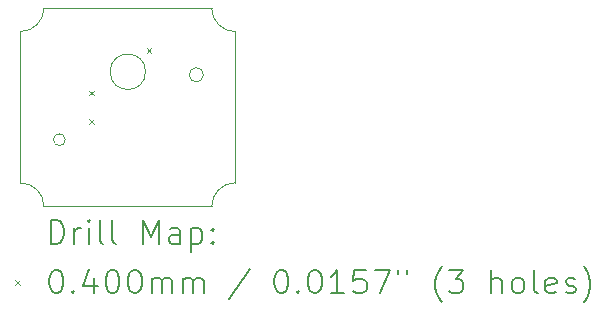
<source format=gbr>
%TF.GenerationSoftware,KiCad,Pcbnew,8.0.8*%
%TF.CreationDate,2025-02-24T20:22:24+01:00*%
%TF.ProjectId,amoeba-ulp,616d6f65-6261-42d7-956c-702e6b696361,rev?*%
%TF.SameCoordinates,Original*%
%TF.FileFunction,Drillmap*%
%TF.FilePolarity,Positive*%
%FSLAX45Y45*%
G04 Gerber Fmt 4.5, Leading zero omitted, Abs format (unit mm)*
G04 Created by KiCad (PCBNEW 8.0.8) date 2025-02-24 20:22:24*
%MOMM*%
%LPD*%
G01*
G04 APERTURE LIST*
%ADD10C,0.100000*%
%ADD11C,0.200000*%
G04 APERTURE END LIST*
D10*
X11420000Y-11480000D02*
G75*
G02*
X11620000Y-11280000I200000J0D01*
G01*
X10000000Y-9800000D02*
G75*
G02*
X9800000Y-10000000I-200000J0D01*
G01*
X9800000Y-10000000D02*
X9800000Y-11280000D01*
X9800000Y-11280000D02*
G75*
G02*
X10000000Y-11480000I0J-200000D01*
G01*
X11620000Y-10000000D02*
G75*
G02*
X11420000Y-9800000I0J200000D01*
G01*
X11420000Y-9800000D02*
X10000000Y-9800000D01*
X10860000Y-10340000D02*
G75*
G02*
X10560000Y-10340000I-150000J0D01*
G01*
X10560000Y-10340000D02*
G75*
G02*
X10860000Y-10340000I150000J0D01*
G01*
X11620000Y-11280000D02*
X11620000Y-10000000D01*
X10000000Y-11480000D02*
X11420000Y-11480000D01*
X10180000Y-10915000D02*
G75*
G02*
X10080000Y-10915000I-50000J0D01*
G01*
X10080000Y-10915000D02*
G75*
G02*
X10180000Y-10915000I50000J0D01*
G01*
X11350000Y-10365000D02*
G75*
G02*
X11230000Y-10365000I-60000J0D01*
G01*
X11230000Y-10365000D02*
G75*
G02*
X11350000Y-10365000I60000J0D01*
G01*
D11*
D10*
X10380000Y-10500000D02*
X10420000Y-10540000D01*
X10420000Y-10500000D02*
X10380000Y-10540000D01*
X10380000Y-10740000D02*
X10420000Y-10780000D01*
X10420000Y-10740000D02*
X10380000Y-10780000D01*
X10870000Y-10140000D02*
X10910000Y-10180000D01*
X10910000Y-10140000D02*
X10870000Y-10180000D01*
D11*
X10055777Y-11796484D02*
X10055777Y-11596484D01*
X10055777Y-11596484D02*
X10103396Y-11596484D01*
X10103396Y-11596484D02*
X10131967Y-11606008D01*
X10131967Y-11606008D02*
X10151015Y-11625055D01*
X10151015Y-11625055D02*
X10160539Y-11644103D01*
X10160539Y-11644103D02*
X10170063Y-11682198D01*
X10170063Y-11682198D02*
X10170063Y-11710769D01*
X10170063Y-11710769D02*
X10160539Y-11748865D01*
X10160539Y-11748865D02*
X10151015Y-11767912D01*
X10151015Y-11767912D02*
X10131967Y-11786960D01*
X10131967Y-11786960D02*
X10103396Y-11796484D01*
X10103396Y-11796484D02*
X10055777Y-11796484D01*
X10255777Y-11796484D02*
X10255777Y-11663150D01*
X10255777Y-11701246D02*
X10265301Y-11682198D01*
X10265301Y-11682198D02*
X10274824Y-11672674D01*
X10274824Y-11672674D02*
X10293872Y-11663150D01*
X10293872Y-11663150D02*
X10312920Y-11663150D01*
X10379586Y-11796484D02*
X10379586Y-11663150D01*
X10379586Y-11596484D02*
X10370063Y-11606008D01*
X10370063Y-11606008D02*
X10379586Y-11615531D01*
X10379586Y-11615531D02*
X10389110Y-11606008D01*
X10389110Y-11606008D02*
X10379586Y-11596484D01*
X10379586Y-11596484D02*
X10379586Y-11615531D01*
X10503396Y-11796484D02*
X10484348Y-11786960D01*
X10484348Y-11786960D02*
X10474824Y-11767912D01*
X10474824Y-11767912D02*
X10474824Y-11596484D01*
X10608158Y-11796484D02*
X10589110Y-11786960D01*
X10589110Y-11786960D02*
X10579586Y-11767912D01*
X10579586Y-11767912D02*
X10579586Y-11596484D01*
X10836729Y-11796484D02*
X10836729Y-11596484D01*
X10836729Y-11596484D02*
X10903396Y-11739341D01*
X10903396Y-11739341D02*
X10970063Y-11596484D01*
X10970063Y-11596484D02*
X10970063Y-11796484D01*
X11151015Y-11796484D02*
X11151015Y-11691722D01*
X11151015Y-11691722D02*
X11141491Y-11672674D01*
X11141491Y-11672674D02*
X11122444Y-11663150D01*
X11122444Y-11663150D02*
X11084348Y-11663150D01*
X11084348Y-11663150D02*
X11065301Y-11672674D01*
X11151015Y-11786960D02*
X11131967Y-11796484D01*
X11131967Y-11796484D02*
X11084348Y-11796484D01*
X11084348Y-11796484D02*
X11065301Y-11786960D01*
X11065301Y-11786960D02*
X11055777Y-11767912D01*
X11055777Y-11767912D02*
X11055777Y-11748865D01*
X11055777Y-11748865D02*
X11065301Y-11729817D01*
X11065301Y-11729817D02*
X11084348Y-11720293D01*
X11084348Y-11720293D02*
X11131967Y-11720293D01*
X11131967Y-11720293D02*
X11151015Y-11710769D01*
X11246253Y-11663150D02*
X11246253Y-11863150D01*
X11246253Y-11672674D02*
X11265301Y-11663150D01*
X11265301Y-11663150D02*
X11303396Y-11663150D01*
X11303396Y-11663150D02*
X11322443Y-11672674D01*
X11322443Y-11672674D02*
X11331967Y-11682198D01*
X11331967Y-11682198D02*
X11341491Y-11701246D01*
X11341491Y-11701246D02*
X11341491Y-11758388D01*
X11341491Y-11758388D02*
X11331967Y-11777436D01*
X11331967Y-11777436D02*
X11322443Y-11786960D01*
X11322443Y-11786960D02*
X11303396Y-11796484D01*
X11303396Y-11796484D02*
X11265301Y-11796484D01*
X11265301Y-11796484D02*
X11246253Y-11786960D01*
X11427205Y-11777436D02*
X11436729Y-11786960D01*
X11436729Y-11786960D02*
X11427205Y-11796484D01*
X11427205Y-11796484D02*
X11417682Y-11786960D01*
X11417682Y-11786960D02*
X11427205Y-11777436D01*
X11427205Y-11777436D02*
X11427205Y-11796484D01*
X11427205Y-11672674D02*
X11436729Y-11682198D01*
X11436729Y-11682198D02*
X11427205Y-11691722D01*
X11427205Y-11691722D02*
X11417682Y-11682198D01*
X11417682Y-11682198D02*
X11427205Y-11672674D01*
X11427205Y-11672674D02*
X11427205Y-11691722D01*
D10*
X9755000Y-12105000D02*
X9795000Y-12145000D01*
X9795000Y-12105000D02*
X9755000Y-12145000D01*
D11*
X10093872Y-12016484D02*
X10112920Y-12016484D01*
X10112920Y-12016484D02*
X10131967Y-12026008D01*
X10131967Y-12026008D02*
X10141491Y-12035531D01*
X10141491Y-12035531D02*
X10151015Y-12054579D01*
X10151015Y-12054579D02*
X10160539Y-12092674D01*
X10160539Y-12092674D02*
X10160539Y-12140293D01*
X10160539Y-12140293D02*
X10151015Y-12178388D01*
X10151015Y-12178388D02*
X10141491Y-12197436D01*
X10141491Y-12197436D02*
X10131967Y-12206960D01*
X10131967Y-12206960D02*
X10112920Y-12216484D01*
X10112920Y-12216484D02*
X10093872Y-12216484D01*
X10093872Y-12216484D02*
X10074824Y-12206960D01*
X10074824Y-12206960D02*
X10065301Y-12197436D01*
X10065301Y-12197436D02*
X10055777Y-12178388D01*
X10055777Y-12178388D02*
X10046253Y-12140293D01*
X10046253Y-12140293D02*
X10046253Y-12092674D01*
X10046253Y-12092674D02*
X10055777Y-12054579D01*
X10055777Y-12054579D02*
X10065301Y-12035531D01*
X10065301Y-12035531D02*
X10074824Y-12026008D01*
X10074824Y-12026008D02*
X10093872Y-12016484D01*
X10246253Y-12197436D02*
X10255777Y-12206960D01*
X10255777Y-12206960D02*
X10246253Y-12216484D01*
X10246253Y-12216484D02*
X10236729Y-12206960D01*
X10236729Y-12206960D02*
X10246253Y-12197436D01*
X10246253Y-12197436D02*
X10246253Y-12216484D01*
X10427205Y-12083150D02*
X10427205Y-12216484D01*
X10379586Y-12006960D02*
X10331967Y-12149817D01*
X10331967Y-12149817D02*
X10455777Y-12149817D01*
X10570063Y-12016484D02*
X10589110Y-12016484D01*
X10589110Y-12016484D02*
X10608158Y-12026008D01*
X10608158Y-12026008D02*
X10617682Y-12035531D01*
X10617682Y-12035531D02*
X10627205Y-12054579D01*
X10627205Y-12054579D02*
X10636729Y-12092674D01*
X10636729Y-12092674D02*
X10636729Y-12140293D01*
X10636729Y-12140293D02*
X10627205Y-12178388D01*
X10627205Y-12178388D02*
X10617682Y-12197436D01*
X10617682Y-12197436D02*
X10608158Y-12206960D01*
X10608158Y-12206960D02*
X10589110Y-12216484D01*
X10589110Y-12216484D02*
X10570063Y-12216484D01*
X10570063Y-12216484D02*
X10551015Y-12206960D01*
X10551015Y-12206960D02*
X10541491Y-12197436D01*
X10541491Y-12197436D02*
X10531967Y-12178388D01*
X10531967Y-12178388D02*
X10522444Y-12140293D01*
X10522444Y-12140293D02*
X10522444Y-12092674D01*
X10522444Y-12092674D02*
X10531967Y-12054579D01*
X10531967Y-12054579D02*
X10541491Y-12035531D01*
X10541491Y-12035531D02*
X10551015Y-12026008D01*
X10551015Y-12026008D02*
X10570063Y-12016484D01*
X10760539Y-12016484D02*
X10779586Y-12016484D01*
X10779586Y-12016484D02*
X10798634Y-12026008D01*
X10798634Y-12026008D02*
X10808158Y-12035531D01*
X10808158Y-12035531D02*
X10817682Y-12054579D01*
X10817682Y-12054579D02*
X10827205Y-12092674D01*
X10827205Y-12092674D02*
X10827205Y-12140293D01*
X10827205Y-12140293D02*
X10817682Y-12178388D01*
X10817682Y-12178388D02*
X10808158Y-12197436D01*
X10808158Y-12197436D02*
X10798634Y-12206960D01*
X10798634Y-12206960D02*
X10779586Y-12216484D01*
X10779586Y-12216484D02*
X10760539Y-12216484D01*
X10760539Y-12216484D02*
X10741491Y-12206960D01*
X10741491Y-12206960D02*
X10731967Y-12197436D01*
X10731967Y-12197436D02*
X10722444Y-12178388D01*
X10722444Y-12178388D02*
X10712920Y-12140293D01*
X10712920Y-12140293D02*
X10712920Y-12092674D01*
X10712920Y-12092674D02*
X10722444Y-12054579D01*
X10722444Y-12054579D02*
X10731967Y-12035531D01*
X10731967Y-12035531D02*
X10741491Y-12026008D01*
X10741491Y-12026008D02*
X10760539Y-12016484D01*
X10912920Y-12216484D02*
X10912920Y-12083150D01*
X10912920Y-12102198D02*
X10922444Y-12092674D01*
X10922444Y-12092674D02*
X10941491Y-12083150D01*
X10941491Y-12083150D02*
X10970063Y-12083150D01*
X10970063Y-12083150D02*
X10989110Y-12092674D01*
X10989110Y-12092674D02*
X10998634Y-12111722D01*
X10998634Y-12111722D02*
X10998634Y-12216484D01*
X10998634Y-12111722D02*
X11008158Y-12092674D01*
X11008158Y-12092674D02*
X11027205Y-12083150D01*
X11027205Y-12083150D02*
X11055777Y-12083150D01*
X11055777Y-12083150D02*
X11074825Y-12092674D01*
X11074825Y-12092674D02*
X11084348Y-12111722D01*
X11084348Y-12111722D02*
X11084348Y-12216484D01*
X11179586Y-12216484D02*
X11179586Y-12083150D01*
X11179586Y-12102198D02*
X11189110Y-12092674D01*
X11189110Y-12092674D02*
X11208158Y-12083150D01*
X11208158Y-12083150D02*
X11236729Y-12083150D01*
X11236729Y-12083150D02*
X11255777Y-12092674D01*
X11255777Y-12092674D02*
X11265301Y-12111722D01*
X11265301Y-12111722D02*
X11265301Y-12216484D01*
X11265301Y-12111722D02*
X11274824Y-12092674D01*
X11274824Y-12092674D02*
X11293872Y-12083150D01*
X11293872Y-12083150D02*
X11322443Y-12083150D01*
X11322443Y-12083150D02*
X11341491Y-12092674D01*
X11341491Y-12092674D02*
X11351015Y-12111722D01*
X11351015Y-12111722D02*
X11351015Y-12216484D01*
X11741491Y-12006960D02*
X11570063Y-12264103D01*
X11998634Y-12016484D02*
X12017682Y-12016484D01*
X12017682Y-12016484D02*
X12036729Y-12026008D01*
X12036729Y-12026008D02*
X12046253Y-12035531D01*
X12046253Y-12035531D02*
X12055777Y-12054579D01*
X12055777Y-12054579D02*
X12065301Y-12092674D01*
X12065301Y-12092674D02*
X12065301Y-12140293D01*
X12065301Y-12140293D02*
X12055777Y-12178388D01*
X12055777Y-12178388D02*
X12046253Y-12197436D01*
X12046253Y-12197436D02*
X12036729Y-12206960D01*
X12036729Y-12206960D02*
X12017682Y-12216484D01*
X12017682Y-12216484D02*
X11998634Y-12216484D01*
X11998634Y-12216484D02*
X11979586Y-12206960D01*
X11979586Y-12206960D02*
X11970063Y-12197436D01*
X11970063Y-12197436D02*
X11960539Y-12178388D01*
X11960539Y-12178388D02*
X11951015Y-12140293D01*
X11951015Y-12140293D02*
X11951015Y-12092674D01*
X11951015Y-12092674D02*
X11960539Y-12054579D01*
X11960539Y-12054579D02*
X11970063Y-12035531D01*
X11970063Y-12035531D02*
X11979586Y-12026008D01*
X11979586Y-12026008D02*
X11998634Y-12016484D01*
X12151015Y-12197436D02*
X12160539Y-12206960D01*
X12160539Y-12206960D02*
X12151015Y-12216484D01*
X12151015Y-12216484D02*
X12141491Y-12206960D01*
X12141491Y-12206960D02*
X12151015Y-12197436D01*
X12151015Y-12197436D02*
X12151015Y-12216484D01*
X12284348Y-12016484D02*
X12303396Y-12016484D01*
X12303396Y-12016484D02*
X12322444Y-12026008D01*
X12322444Y-12026008D02*
X12331967Y-12035531D01*
X12331967Y-12035531D02*
X12341491Y-12054579D01*
X12341491Y-12054579D02*
X12351015Y-12092674D01*
X12351015Y-12092674D02*
X12351015Y-12140293D01*
X12351015Y-12140293D02*
X12341491Y-12178388D01*
X12341491Y-12178388D02*
X12331967Y-12197436D01*
X12331967Y-12197436D02*
X12322444Y-12206960D01*
X12322444Y-12206960D02*
X12303396Y-12216484D01*
X12303396Y-12216484D02*
X12284348Y-12216484D01*
X12284348Y-12216484D02*
X12265301Y-12206960D01*
X12265301Y-12206960D02*
X12255777Y-12197436D01*
X12255777Y-12197436D02*
X12246253Y-12178388D01*
X12246253Y-12178388D02*
X12236729Y-12140293D01*
X12236729Y-12140293D02*
X12236729Y-12092674D01*
X12236729Y-12092674D02*
X12246253Y-12054579D01*
X12246253Y-12054579D02*
X12255777Y-12035531D01*
X12255777Y-12035531D02*
X12265301Y-12026008D01*
X12265301Y-12026008D02*
X12284348Y-12016484D01*
X12541491Y-12216484D02*
X12427206Y-12216484D01*
X12484348Y-12216484D02*
X12484348Y-12016484D01*
X12484348Y-12016484D02*
X12465301Y-12045055D01*
X12465301Y-12045055D02*
X12446253Y-12064103D01*
X12446253Y-12064103D02*
X12427206Y-12073627D01*
X12722444Y-12016484D02*
X12627206Y-12016484D01*
X12627206Y-12016484D02*
X12617682Y-12111722D01*
X12617682Y-12111722D02*
X12627206Y-12102198D01*
X12627206Y-12102198D02*
X12646253Y-12092674D01*
X12646253Y-12092674D02*
X12693872Y-12092674D01*
X12693872Y-12092674D02*
X12712920Y-12102198D01*
X12712920Y-12102198D02*
X12722444Y-12111722D01*
X12722444Y-12111722D02*
X12731967Y-12130769D01*
X12731967Y-12130769D02*
X12731967Y-12178388D01*
X12731967Y-12178388D02*
X12722444Y-12197436D01*
X12722444Y-12197436D02*
X12712920Y-12206960D01*
X12712920Y-12206960D02*
X12693872Y-12216484D01*
X12693872Y-12216484D02*
X12646253Y-12216484D01*
X12646253Y-12216484D02*
X12627206Y-12206960D01*
X12627206Y-12206960D02*
X12617682Y-12197436D01*
X12798634Y-12016484D02*
X12931967Y-12016484D01*
X12931967Y-12016484D02*
X12846253Y-12216484D01*
X12998634Y-12016484D02*
X12998634Y-12054579D01*
X13074825Y-12016484D02*
X13074825Y-12054579D01*
X13370063Y-12292674D02*
X13360539Y-12283150D01*
X13360539Y-12283150D02*
X13341491Y-12254579D01*
X13341491Y-12254579D02*
X13331968Y-12235531D01*
X13331968Y-12235531D02*
X13322444Y-12206960D01*
X13322444Y-12206960D02*
X13312920Y-12159341D01*
X13312920Y-12159341D02*
X13312920Y-12121246D01*
X13312920Y-12121246D02*
X13322444Y-12073627D01*
X13322444Y-12073627D02*
X13331968Y-12045055D01*
X13331968Y-12045055D02*
X13341491Y-12026008D01*
X13341491Y-12026008D02*
X13360539Y-11997436D01*
X13360539Y-11997436D02*
X13370063Y-11987912D01*
X13427206Y-12016484D02*
X13551015Y-12016484D01*
X13551015Y-12016484D02*
X13484348Y-12092674D01*
X13484348Y-12092674D02*
X13512920Y-12092674D01*
X13512920Y-12092674D02*
X13531968Y-12102198D01*
X13531968Y-12102198D02*
X13541491Y-12111722D01*
X13541491Y-12111722D02*
X13551015Y-12130769D01*
X13551015Y-12130769D02*
X13551015Y-12178388D01*
X13551015Y-12178388D02*
X13541491Y-12197436D01*
X13541491Y-12197436D02*
X13531968Y-12206960D01*
X13531968Y-12206960D02*
X13512920Y-12216484D01*
X13512920Y-12216484D02*
X13455777Y-12216484D01*
X13455777Y-12216484D02*
X13436729Y-12206960D01*
X13436729Y-12206960D02*
X13427206Y-12197436D01*
X13789110Y-12216484D02*
X13789110Y-12016484D01*
X13874825Y-12216484D02*
X13874825Y-12111722D01*
X13874825Y-12111722D02*
X13865301Y-12092674D01*
X13865301Y-12092674D02*
X13846253Y-12083150D01*
X13846253Y-12083150D02*
X13817682Y-12083150D01*
X13817682Y-12083150D02*
X13798634Y-12092674D01*
X13798634Y-12092674D02*
X13789110Y-12102198D01*
X13998634Y-12216484D02*
X13979587Y-12206960D01*
X13979587Y-12206960D02*
X13970063Y-12197436D01*
X13970063Y-12197436D02*
X13960539Y-12178388D01*
X13960539Y-12178388D02*
X13960539Y-12121246D01*
X13960539Y-12121246D02*
X13970063Y-12102198D01*
X13970063Y-12102198D02*
X13979587Y-12092674D01*
X13979587Y-12092674D02*
X13998634Y-12083150D01*
X13998634Y-12083150D02*
X14027206Y-12083150D01*
X14027206Y-12083150D02*
X14046253Y-12092674D01*
X14046253Y-12092674D02*
X14055777Y-12102198D01*
X14055777Y-12102198D02*
X14065301Y-12121246D01*
X14065301Y-12121246D02*
X14065301Y-12178388D01*
X14065301Y-12178388D02*
X14055777Y-12197436D01*
X14055777Y-12197436D02*
X14046253Y-12206960D01*
X14046253Y-12206960D02*
X14027206Y-12216484D01*
X14027206Y-12216484D02*
X13998634Y-12216484D01*
X14179587Y-12216484D02*
X14160539Y-12206960D01*
X14160539Y-12206960D02*
X14151015Y-12187912D01*
X14151015Y-12187912D02*
X14151015Y-12016484D01*
X14331968Y-12206960D02*
X14312920Y-12216484D01*
X14312920Y-12216484D02*
X14274825Y-12216484D01*
X14274825Y-12216484D02*
X14255777Y-12206960D01*
X14255777Y-12206960D02*
X14246253Y-12187912D01*
X14246253Y-12187912D02*
X14246253Y-12111722D01*
X14246253Y-12111722D02*
X14255777Y-12092674D01*
X14255777Y-12092674D02*
X14274825Y-12083150D01*
X14274825Y-12083150D02*
X14312920Y-12083150D01*
X14312920Y-12083150D02*
X14331968Y-12092674D01*
X14331968Y-12092674D02*
X14341491Y-12111722D01*
X14341491Y-12111722D02*
X14341491Y-12130769D01*
X14341491Y-12130769D02*
X14246253Y-12149817D01*
X14417682Y-12206960D02*
X14436730Y-12216484D01*
X14436730Y-12216484D02*
X14474825Y-12216484D01*
X14474825Y-12216484D02*
X14493872Y-12206960D01*
X14493872Y-12206960D02*
X14503396Y-12187912D01*
X14503396Y-12187912D02*
X14503396Y-12178388D01*
X14503396Y-12178388D02*
X14493872Y-12159341D01*
X14493872Y-12159341D02*
X14474825Y-12149817D01*
X14474825Y-12149817D02*
X14446253Y-12149817D01*
X14446253Y-12149817D02*
X14427206Y-12140293D01*
X14427206Y-12140293D02*
X14417682Y-12121246D01*
X14417682Y-12121246D02*
X14417682Y-12111722D01*
X14417682Y-12111722D02*
X14427206Y-12092674D01*
X14427206Y-12092674D02*
X14446253Y-12083150D01*
X14446253Y-12083150D02*
X14474825Y-12083150D01*
X14474825Y-12083150D02*
X14493872Y-12092674D01*
X14570063Y-12292674D02*
X14579587Y-12283150D01*
X14579587Y-12283150D02*
X14598634Y-12254579D01*
X14598634Y-12254579D02*
X14608158Y-12235531D01*
X14608158Y-12235531D02*
X14617682Y-12206960D01*
X14617682Y-12206960D02*
X14627206Y-12159341D01*
X14627206Y-12159341D02*
X14627206Y-12121246D01*
X14627206Y-12121246D02*
X14617682Y-12073627D01*
X14617682Y-12073627D02*
X14608158Y-12045055D01*
X14608158Y-12045055D02*
X14598634Y-12026008D01*
X14598634Y-12026008D02*
X14579587Y-11997436D01*
X14579587Y-11997436D02*
X14570063Y-11987912D01*
M02*

</source>
